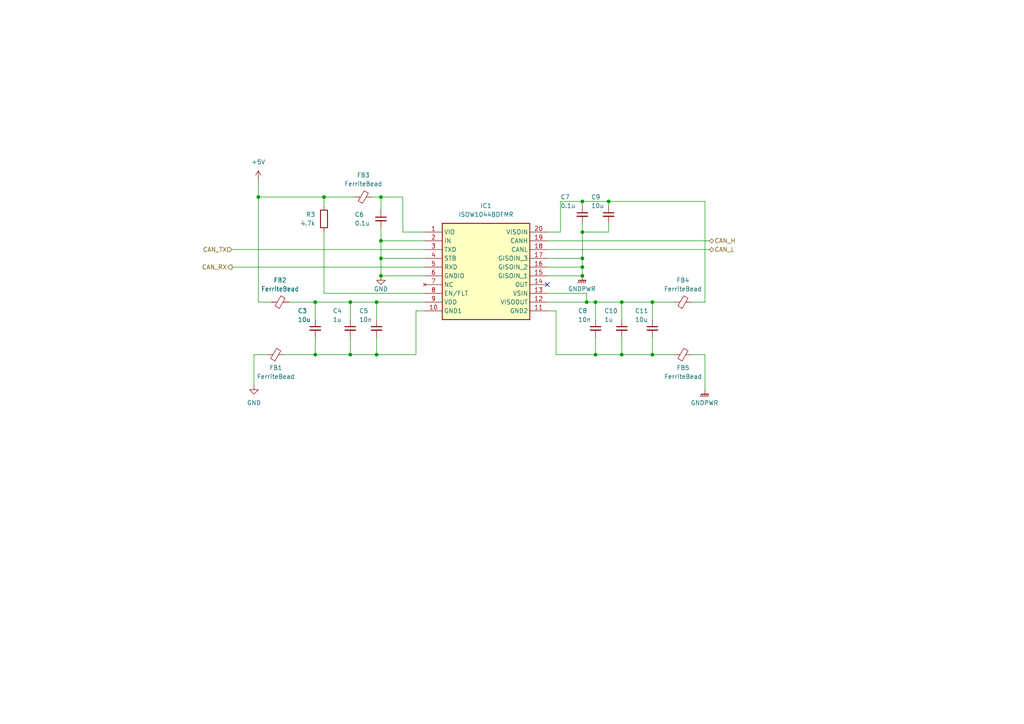
<source format=kicad_sch>
(kicad_sch (version 20230121) (generator eeschema)

  (uuid 9cc1b52b-ad99-4399-8fae-35e5b4709359)

  (paper "A4")

  (lib_symbols
    (symbol "Device:C_Small" (pin_numbers hide) (pin_names (offset 0.254) hide) (in_bom yes) (on_board yes)
      (property "Reference" "C" (at 0.254 1.778 0)
        (effects (font (size 1.27 1.27)) (justify left))
      )
      (property "Value" "C_Small" (at 0.254 -2.032 0)
        (effects (font (size 1.27 1.27)) (justify left))
      )
      (property "Footprint" "" (at 0 0 0)
        (effects (font (size 1.27 1.27)) hide)
      )
      (property "Datasheet" "~" (at 0 0 0)
        (effects (font (size 1.27 1.27)) hide)
      )
      (property "ki_keywords" "capacitor cap" (at 0 0 0)
        (effects (font (size 1.27 1.27)) hide)
      )
      (property "ki_description" "Unpolarized capacitor, small symbol" (at 0 0 0)
        (effects (font (size 1.27 1.27)) hide)
      )
      (property "ki_fp_filters" "C_*" (at 0 0 0)
        (effects (font (size 1.27 1.27)) hide)
      )
      (symbol "C_Small_0_1"
        (polyline
          (pts
            (xy -1.524 -0.508)
            (xy 1.524 -0.508)
          )
          (stroke (width 0.3302) (type default))
          (fill (type none))
        )
        (polyline
          (pts
            (xy -1.524 0.508)
            (xy 1.524 0.508)
          )
          (stroke (width 0.3048) (type default))
          (fill (type none))
        )
      )
      (symbol "C_Small_1_1"
        (pin passive line (at 0 2.54 270) (length 2.032)
          (name "~" (effects (font (size 1.27 1.27))))
          (number "1" (effects (font (size 1.27 1.27))))
        )
        (pin passive line (at 0 -2.54 90) (length 2.032)
          (name "~" (effects (font (size 1.27 1.27))))
          (number "2" (effects (font (size 1.27 1.27))))
        )
      )
    )
    (symbol "Device:FerriteBead_Small" (pin_numbers hide) (pin_names (offset 0)) (in_bom yes) (on_board yes)
      (property "Reference" "FB" (at 1.905 1.27 0)
        (effects (font (size 1.27 1.27)) (justify left))
      )
      (property "Value" "FerriteBead_Small" (at 1.905 -1.27 0)
        (effects (font (size 1.27 1.27)) (justify left))
      )
      (property "Footprint" "" (at -1.778 0 90)
        (effects (font (size 1.27 1.27)) hide)
      )
      (property "Datasheet" "~" (at 0 0 0)
        (effects (font (size 1.27 1.27)) hide)
      )
      (property "ki_keywords" "L ferrite bead inductor filter" (at 0 0 0)
        (effects (font (size 1.27 1.27)) hide)
      )
      (property "ki_description" "Ferrite bead, small symbol" (at 0 0 0)
        (effects (font (size 1.27 1.27)) hide)
      )
      (property "ki_fp_filters" "Inductor_* L_* *Ferrite*" (at 0 0 0)
        (effects (font (size 1.27 1.27)) hide)
      )
      (symbol "FerriteBead_Small_0_1"
        (polyline
          (pts
            (xy 0 -1.27)
            (xy 0 -0.7874)
          )
          (stroke (width 0) (type default))
          (fill (type none))
        )
        (polyline
          (pts
            (xy 0 0.889)
            (xy 0 1.2954)
          )
          (stroke (width 0) (type default))
          (fill (type none))
        )
        (polyline
          (pts
            (xy -1.8288 0.2794)
            (xy -1.1176 1.4986)
            (xy 1.8288 -0.2032)
            (xy 1.1176 -1.4224)
            (xy -1.8288 0.2794)
          )
          (stroke (width 0) (type default))
          (fill (type none))
        )
      )
      (symbol "FerriteBead_Small_1_1"
        (pin passive line (at 0 2.54 270) (length 1.27)
          (name "~" (effects (font (size 1.27 1.27))))
          (number "1" (effects (font (size 1.27 1.27))))
        )
        (pin passive line (at 0 -2.54 90) (length 1.27)
          (name "~" (effects (font (size 1.27 1.27))))
          (number "2" (effects (font (size 1.27 1.27))))
        )
      )
    )
    (symbol "Device:R" (pin_numbers hide) (pin_names (offset 0)) (in_bom yes) (on_board yes)
      (property "Reference" "R" (at 2.032 0 90)
        (effects (font (size 1.27 1.27)))
      )
      (property "Value" "R" (at 0 0 90)
        (effects (font (size 1.27 1.27)))
      )
      (property "Footprint" "" (at -1.778 0 90)
        (effects (font (size 1.27 1.27)) hide)
      )
      (property "Datasheet" "~" (at 0 0 0)
        (effects (font (size 1.27 1.27)) hide)
      )
      (property "ki_keywords" "R res resistor" (at 0 0 0)
        (effects (font (size 1.27 1.27)) hide)
      )
      (property "ki_description" "Resistor" (at 0 0 0)
        (effects (font (size 1.27 1.27)) hide)
      )
      (property "ki_fp_filters" "R_*" (at 0 0 0)
        (effects (font (size 1.27 1.27)) hide)
      )
      (symbol "R_0_1"
        (rectangle (start -1.016 -2.54) (end 1.016 2.54)
          (stroke (width 0.254) (type default))
          (fill (type none))
        )
      )
      (symbol "R_1_1"
        (pin passive line (at 0 3.81 270) (length 1.27)
          (name "~" (effects (font (size 1.27 1.27))))
          (number "1" (effects (font (size 1.27 1.27))))
        )
        (pin passive line (at 0 -3.81 90) (length 1.27)
          (name "~" (effects (font (size 1.27 1.27))))
          (number "2" (effects (font (size 1.27 1.27))))
        )
      )
    )
    (symbol "my_library:ISOW1044BDFMR" (in_bom yes) (on_board yes)
      (property "Reference" "IC" (at 31.75 7.62 0)
        (effects (font (size 1.27 1.27)) (justify left top))
      )
      (property "Value" "ISOW1044BDFMR" (at 31.75 5.08 0)
        (effects (font (size 1.27 1.27)) (justify left top))
      )
      (property "Footprint" "SOIC127P1030X355-20N" (at 31.75 -94.92 0)
        (effects (font (size 1.27 1.27)) (justify left top) hide)
      )
      (property "Datasheet" "https://www.ti.com/lit/ds/symlink/isow1044.pdf?ts=1645295421849&ref_url=https%253A%252F%252Fwww.google.com%252F" (at 31.75 -194.92 0)
        (effects (font (size 1.27 1.27)) (justify left top) hide)
      )
      (property "Height" "3.55" (at 31.75 -394.92 0)
        (effects (font (size 1.27 1.27)) (justify left top) hide)
      )
      (property "RS Part Number" "" (at 31.75 -494.92 0)
        (effects (font (size 1.27 1.27)) (justify left top) hide)
      )
      (property "RS Price/Stock" "" (at 31.75 -594.92 0)
        (effects (font (size 1.27 1.27)) (justify left top) hide)
      )
      (property "Manufacturer_Name" "Texas Instruments" (at 31.75 -694.92 0)
        (effects (font (size 1.27 1.27)) (justify left top) hide)
      )
      (property "Manufacturer_Part_Number" "ISOW1044BDFMR" (at 31.75 -794.92 0)
        (effects (font (size 1.27 1.27)) (justify left top) hide)
      )
      (property "ki_description" "Texas Instruments" (at 0 0 0)
        (effects (font (size 1.27 1.27)) hide)
      )
      (symbol "ISOW1044BDFMR_1_1"
        (rectangle (start 5.08 2.54) (end 30.48 -25.4)
          (stroke (width 0.254) (type default))
          (fill (type background))
        )
        (pin passive line (at 0 0 0) (length 5.08)
          (name "VIO" (effects (font (size 1.27 1.27))))
          (number "1" (effects (font (size 1.27 1.27))))
        )
        (pin passive line (at 0 -22.86 0) (length 5.08)
          (name "GND1" (effects (font (size 1.27 1.27))))
          (number "10" (effects (font (size 1.27 1.27))))
        )
        (pin passive line (at 35.56 -22.86 180) (length 5.08)
          (name "GND2" (effects (font (size 1.27 1.27))))
          (number "11" (effects (font (size 1.27 1.27))))
        )
        (pin passive line (at 35.56 -20.32 180) (length 5.08)
          (name "VISOOUT" (effects (font (size 1.27 1.27))))
          (number "12" (effects (font (size 1.27 1.27))))
        )
        (pin passive line (at 35.56 -17.78 180) (length 5.08)
          (name "VSIN" (effects (font (size 1.27 1.27))))
          (number "13" (effects (font (size 1.27 1.27))))
        )
        (pin passive line (at 35.56 -15.24 180) (length 5.08)
          (name "OUT" (effects (font (size 1.27 1.27))))
          (number "14" (effects (font (size 1.27 1.27))))
        )
        (pin passive line (at 35.56 -12.7 180) (length 5.08)
          (name "GISOIN_1" (effects (font (size 1.27 1.27))))
          (number "15" (effects (font (size 1.27 1.27))))
        )
        (pin passive line (at 35.56 -10.16 180) (length 5.08)
          (name "GISOIN_2" (effects (font (size 1.27 1.27))))
          (number "16" (effects (font (size 1.27 1.27))))
        )
        (pin passive line (at 35.56 -7.62 180) (length 5.08)
          (name "GISOIN_3" (effects (font (size 1.27 1.27))))
          (number "17" (effects (font (size 1.27 1.27))))
        )
        (pin passive line (at 35.56 -5.08 180) (length 5.08)
          (name "CANL" (effects (font (size 1.27 1.27))))
          (number "18" (effects (font (size 1.27 1.27))))
        )
        (pin passive line (at 35.56 -2.54 180) (length 5.08)
          (name "CANH" (effects (font (size 1.27 1.27))))
          (number "19" (effects (font (size 1.27 1.27))))
        )
        (pin passive line (at 0 -2.54 0) (length 5.08)
          (name "IN" (effects (font (size 1.27 1.27))))
          (number "2" (effects (font (size 1.27 1.27))))
        )
        (pin passive line (at 35.56 0 180) (length 5.08)
          (name "VISOIN" (effects (font (size 1.27 1.27))))
          (number "20" (effects (font (size 1.27 1.27))))
        )
        (pin passive line (at 0 -5.08 0) (length 5.08)
          (name "TXD" (effects (font (size 1.27 1.27))))
          (number "3" (effects (font (size 1.27 1.27))))
        )
        (pin passive line (at 0 -7.62 0) (length 5.08)
          (name "STB" (effects (font (size 1.27 1.27))))
          (number "4" (effects (font (size 1.27 1.27))))
        )
        (pin passive line (at 0 -10.16 0) (length 5.08)
          (name "RXD" (effects (font (size 1.27 1.27))))
          (number "5" (effects (font (size 1.27 1.27))))
        )
        (pin passive line (at 0 -12.7 0) (length 5.08)
          (name "GNDIO" (effects (font (size 1.27 1.27))))
          (number "6" (effects (font (size 1.27 1.27))))
        )
        (pin no_connect line (at 0 -15.24 0) (length 5.08)
          (name "NC" (effects (font (size 1.27 1.27))))
          (number "7" (effects (font (size 1.27 1.27))))
        )
        (pin passive line (at 0 -17.78 0) (length 5.08)
          (name "EN/FLT" (effects (font (size 1.27 1.27))))
          (number "8" (effects (font (size 1.27 1.27))))
        )
        (pin passive line (at 0 -20.32 0) (length 5.08)
          (name "VDD" (effects (font (size 1.27 1.27))))
          (number "9" (effects (font (size 1.27 1.27))))
        )
      )
    )
    (symbol "power:+5V" (power) (pin_names (offset 0)) (in_bom yes) (on_board yes)
      (property "Reference" "#PWR" (at 0 -3.81 0)
        (effects (font (size 1.27 1.27)) hide)
      )
      (property "Value" "+5V" (at 0 3.556 0)
        (effects (font (size 1.27 1.27)))
      )
      (property "Footprint" "" (at 0 0 0)
        (effects (font (size 1.27 1.27)) hide)
      )
      (property "Datasheet" "" (at 0 0 0)
        (effects (font (size 1.27 1.27)) hide)
      )
      (property "ki_keywords" "global power" (at 0 0 0)
        (effects (font (size 1.27 1.27)) hide)
      )
      (property "ki_description" "Power symbol creates a global label with name \"+5V\"" (at 0 0 0)
        (effects (font (size 1.27 1.27)) hide)
      )
      (symbol "+5V_0_1"
        (polyline
          (pts
            (xy -0.762 1.27)
            (xy 0 2.54)
          )
          (stroke (width 0) (type default))
          (fill (type none))
        )
        (polyline
          (pts
            (xy 0 0)
            (xy 0 2.54)
          )
          (stroke (width 0) (type default))
          (fill (type none))
        )
        (polyline
          (pts
            (xy 0 2.54)
            (xy 0.762 1.27)
          )
          (stroke (width 0) (type default))
          (fill (type none))
        )
      )
      (symbol "+5V_1_1"
        (pin power_in line (at 0 0 90) (length 0) hide
          (name "+5V" (effects (font (size 1.27 1.27))))
          (number "1" (effects (font (size 1.27 1.27))))
        )
      )
    )
    (symbol "power:GND" (power) (pin_names (offset 0)) (in_bom yes) (on_board yes)
      (property "Reference" "#PWR" (at 0 -6.35 0)
        (effects (font (size 1.27 1.27)) hide)
      )
      (property "Value" "GND" (at 0 -3.81 0)
        (effects (font (size 1.27 1.27)))
      )
      (property "Footprint" "" (at 0 0 0)
        (effects (font (size 1.27 1.27)) hide)
      )
      (property "Datasheet" "" (at 0 0 0)
        (effects (font (size 1.27 1.27)) hide)
      )
      (property "ki_keywords" "global power" (at 0 0 0)
        (effects (font (size 1.27 1.27)) hide)
      )
      (property "ki_description" "Power symbol creates a global label with name \"GND\" , ground" (at 0 0 0)
        (effects (font (size 1.27 1.27)) hide)
      )
      (symbol "GND_0_1"
        (polyline
          (pts
            (xy 0 0)
            (xy 0 -1.27)
            (xy 1.27 -1.27)
            (xy 0 -2.54)
            (xy -1.27 -1.27)
            (xy 0 -1.27)
          )
          (stroke (width 0) (type default))
          (fill (type none))
        )
      )
      (symbol "GND_1_1"
        (pin power_in line (at 0 0 270) (length 0) hide
          (name "GND" (effects (font (size 1.27 1.27))))
          (number "1" (effects (font (size 1.27 1.27))))
        )
      )
    )
    (symbol "power:GNDPWR" (power) (pin_names (offset 0)) (in_bom yes) (on_board yes)
      (property "Reference" "#PWR" (at 0 -5.08 0)
        (effects (font (size 1.27 1.27)) hide)
      )
      (property "Value" "GNDPWR" (at 0 -3.302 0)
        (effects (font (size 1.27 1.27)))
      )
      (property "Footprint" "" (at 0 -1.27 0)
        (effects (font (size 1.27 1.27)) hide)
      )
      (property "Datasheet" "" (at 0 -1.27 0)
        (effects (font (size 1.27 1.27)) hide)
      )
      (property "ki_keywords" "global ground" (at 0 0 0)
        (effects (font (size 1.27 1.27)) hide)
      )
      (property "ki_description" "Power symbol creates a global label with name \"GNDPWR\" , global ground" (at 0 0 0)
        (effects (font (size 1.27 1.27)) hide)
      )
      (symbol "GNDPWR_0_1"
        (polyline
          (pts
            (xy 0 -1.27)
            (xy 0 0)
          )
          (stroke (width 0) (type default))
          (fill (type none))
        )
        (polyline
          (pts
            (xy -1.016 -1.27)
            (xy -1.27 -2.032)
            (xy -1.27 -2.032)
          )
          (stroke (width 0.2032) (type default))
          (fill (type none))
        )
        (polyline
          (pts
            (xy -0.508 -1.27)
            (xy -0.762 -2.032)
            (xy -0.762 -2.032)
          )
          (stroke (width 0.2032) (type default))
          (fill (type none))
        )
        (polyline
          (pts
            (xy 0 -1.27)
            (xy -0.254 -2.032)
            (xy -0.254 -2.032)
          )
          (stroke (width 0.2032) (type default))
          (fill (type none))
        )
        (polyline
          (pts
            (xy 0.508 -1.27)
            (xy 0.254 -2.032)
            (xy 0.254 -2.032)
          )
          (stroke (width 0.2032) (type default))
          (fill (type none))
        )
        (polyline
          (pts
            (xy 1.016 -1.27)
            (xy -1.016 -1.27)
            (xy -1.016 -1.27)
          )
          (stroke (width 0.2032) (type default))
          (fill (type none))
        )
        (polyline
          (pts
            (xy 1.016 -1.27)
            (xy 0.762 -2.032)
            (xy 0.762 -2.032)
            (xy 0.762 -2.032)
          )
          (stroke (width 0.2032) (type default))
          (fill (type none))
        )
      )
      (symbol "GNDPWR_1_1"
        (pin power_in line (at 0 0 270) (length 0) hide
          (name "GNDPWR" (effects (font (size 1.27 1.27))))
          (number "1" (effects (font (size 1.27 1.27))))
        )
      )
    )
  )

  (junction (at 110.49 57.15) (diameter 0) (color 0 0 0 0)
    (uuid 17c5bc5f-bc23-4af6-b56a-fa361426ebc2)
  )
  (junction (at 168.91 80.01) (diameter 0) (color 0 0 0 0)
    (uuid 2c0a2122-51a2-4631-950e-d4195811a0d7)
  )
  (junction (at 110.49 74.93) (diameter 0) (color 0 0 0 0)
    (uuid 3160d028-8d40-4639-b4eb-35ef2f40f3bc)
  )
  (junction (at 170.18 87.63) (diameter 0) (color 0 0 0 0)
    (uuid 3fd45aa2-1740-40e9-aad8-7ef5cac18060)
  )
  (junction (at 168.91 77.47) (diameter 0) (color 0 0 0 0)
    (uuid 4503ea42-45aa-4b07-91b1-e1f98d1d58c2)
  )
  (junction (at 74.93 57.15) (diameter 0) (color 0 0 0 0)
    (uuid 4f899251-bdca-42fc-a847-0c493405df4e)
  )
  (junction (at 110.49 69.85) (diameter 0) (color 0 0 0 0)
    (uuid 542be96e-e054-498a-8289-565fb7afc334)
  )
  (junction (at 168.91 74.93) (diameter 0) (color 0 0 0 0)
    (uuid 54b1b4eb-ea61-4bed-b6de-733eafacf641)
  )
  (junction (at 91.44 87.63) (diameter 0) (color 0 0 0 0)
    (uuid 6109ab19-bd23-4340-a91a-755bce255904)
  )
  (junction (at 109.22 102.87) (diameter 0) (color 0 0 0 0)
    (uuid 6597fc02-2fa5-443e-8b9d-4c0268c01e10)
  )
  (junction (at 109.22 87.63) (diameter 0) (color 0 0 0 0)
    (uuid 687ea636-8824-4300-9bfa-07be53be0345)
  )
  (junction (at 93.98 57.15) (diameter 0) (color 0 0 0 0)
    (uuid 80c72cb2-ae5e-417a-b349-a619d41c43db)
  )
  (junction (at 172.72 87.63) (diameter 0) (color 0 0 0 0)
    (uuid 873e20bf-aed6-443a-9b5c-c086658d32d4)
  )
  (junction (at 110.49 80.01) (diameter 0) (color 0 0 0 0)
    (uuid 8d384a44-208d-478f-9a61-2561415d2ab4)
  )
  (junction (at 101.6 102.87) (diameter 0) (color 0 0 0 0)
    (uuid 92510ae7-4a81-441a-9c60-9874c47b06c2)
  )
  (junction (at 172.72 102.87) (diameter 0) (color 0 0 0 0)
    (uuid 9eb676fd-3a30-4102-be40-15f36eea520b)
  )
  (junction (at 168.91 58.42) (diameter 0) (color 0 0 0 0)
    (uuid 9ebc84e6-7e05-480d-81eb-d597380da3de)
  )
  (junction (at 189.23 102.87) (diameter 0) (color 0 0 0 0)
    (uuid acb597f7-65ab-4f72-86a3-454c46120eb1)
  )
  (junction (at 91.44 102.87) (diameter 0) (color 0 0 0 0)
    (uuid b059968e-ff76-4c15-87df-3c63ca172c60)
  )
  (junction (at 180.34 87.63) (diameter 0) (color 0 0 0 0)
    (uuid be64195f-6496-440f-9c9e-80ebee6bfc1a)
  )
  (junction (at 180.34 102.87) (diameter 0) (color 0 0 0 0)
    (uuid c09c1da3-cbe6-49cf-a10c-2b6f22e84fa7)
  )
  (junction (at 176.53 58.42) (diameter 0) (color 0 0 0 0)
    (uuid d4a754c1-e10b-494e-9a29-7a165c088966)
  )
  (junction (at 189.23 87.63) (diameter 0) (color 0 0 0 0)
    (uuid e702d827-e4db-4619-b5ea-dc6c0ab2e3f0)
  )
  (junction (at 101.6 87.63) (diameter 0) (color 0 0 0 0)
    (uuid e892ff33-adef-4b4b-bfcc-669e521dcfa4)
  )
  (junction (at 168.91 67.31) (diameter 0) (color 0 0 0 0)
    (uuid fb14544a-bce6-4320-bfde-379369ad7373)
  )

  (no_connect (at 158.75 82.55) (uuid 1eb17189-c2a6-4941-a00f-cd1502b6a9ad))

  (wire (pts (xy 161.29 102.87) (xy 172.72 102.87))
    (stroke (width 0) (type default))
    (uuid 02369351-b25c-40e6-8ca9-ddb32c96230f)
  )
  (wire (pts (xy 180.34 87.63) (xy 189.23 87.63))
    (stroke (width 0) (type default))
    (uuid 0961854a-1a47-4400-bd46-3ef2cecd423d)
  )
  (wire (pts (xy 91.44 102.87) (xy 101.6 102.87))
    (stroke (width 0) (type default))
    (uuid 09b6a5b5-26d2-449c-9083-3114a723df01)
  )
  (wire (pts (xy 170.18 87.63) (xy 172.72 87.63))
    (stroke (width 0) (type default))
    (uuid 0acd5687-080c-4d91-b9eb-904cf154505e)
  )
  (wire (pts (xy 82.55 102.87) (xy 91.44 102.87))
    (stroke (width 0) (type default))
    (uuid 0b68e891-3ba5-48af-9de9-b568433f2e80)
  )
  (wire (pts (xy 162.56 58.42) (xy 168.91 58.42))
    (stroke (width 0) (type default))
    (uuid 0b7feff1-92be-4aca-9a68-45682f7782ef)
  )
  (wire (pts (xy 158.75 87.63) (xy 170.18 87.63))
    (stroke (width 0) (type default))
    (uuid 0c5cf108-8ee6-4fee-b6b2-a5f21924bd17)
  )
  (wire (pts (xy 168.91 77.47) (xy 168.91 74.93))
    (stroke (width 0) (type default))
    (uuid 0f7794d3-5cff-42f1-a332-9e08e5322f44)
  )
  (wire (pts (xy 158.75 69.85) (xy 205.74 69.85))
    (stroke (width 0) (type default))
    (uuid 0fa885da-6638-498c-97c2-8dd90ce67066)
  )
  (wire (pts (xy 168.91 67.31) (xy 168.91 74.93))
    (stroke (width 0) (type default))
    (uuid 11779cb3-25b7-4936-9516-293b098182f4)
  )
  (wire (pts (xy 91.44 102.87) (xy 91.44 97.79))
    (stroke (width 0) (type default))
    (uuid 14907559-359c-4e6f-9d42-d36a2644b8ae)
  )
  (wire (pts (xy 93.98 57.15) (xy 102.87 57.15))
    (stroke (width 0) (type default))
    (uuid 157a17b4-fe4a-4bba-8164-10265dfe097c)
  )
  (wire (pts (xy 74.93 52.07) (xy 74.93 57.15))
    (stroke (width 0) (type default))
    (uuid 1d69d6bf-df64-40cc-bb74-95ae5ea17c81)
  )
  (wire (pts (xy 109.22 102.87) (xy 109.22 97.79))
    (stroke (width 0) (type default))
    (uuid 1e4580d5-e09f-469a-bbdb-9787db566ff3)
  )
  (wire (pts (xy 158.75 67.31) (xy 162.56 67.31))
    (stroke (width 0) (type default))
    (uuid 231bc956-92b0-49a7-9655-5c03e770bd14)
  )
  (wire (pts (xy 110.49 57.15) (xy 110.49 60.96))
    (stroke (width 0) (type default))
    (uuid 2688469e-43a9-4e33-8bcb-b4a8489909dc)
  )
  (wire (pts (xy 158.75 85.09) (xy 170.18 85.09))
    (stroke (width 0) (type default))
    (uuid 3486ffb2-292a-4b69-82a2-56c5bd83cf46)
  )
  (wire (pts (xy 101.6 102.87) (xy 101.6 97.79))
    (stroke (width 0) (type default))
    (uuid 38690a50-fef1-4bc0-a04a-8c53a19721f6)
  )
  (wire (pts (xy 67.31 77.47) (xy 123.19 77.47))
    (stroke (width 0) (type default))
    (uuid 3aec0c3c-3db2-405b-94b0-8d6b69e94b7f)
  )
  (wire (pts (xy 120.65 90.17) (xy 123.19 90.17))
    (stroke (width 0) (type default))
    (uuid 3bc6bceb-0a1d-4948-a7ef-560f12829290)
  )
  (wire (pts (xy 78.74 87.63) (xy 74.93 87.63))
    (stroke (width 0) (type default))
    (uuid 40fc4d1e-20c1-4db7-b08e-505f706c8788)
  )
  (wire (pts (xy 109.22 92.71) (xy 109.22 87.63))
    (stroke (width 0) (type default))
    (uuid 453db326-fb10-458a-9e45-065fbd3a31b2)
  )
  (wire (pts (xy 93.98 59.69) (xy 93.98 57.15))
    (stroke (width 0) (type default))
    (uuid 45c834ea-7a1e-45dc-a042-352bc5ac91e5)
  )
  (wire (pts (xy 74.93 57.15) (xy 93.98 57.15))
    (stroke (width 0) (type default))
    (uuid 497fb6f8-0e05-4885-bde8-a7ce69b499cb)
  )
  (wire (pts (xy 176.53 64.77) (xy 176.53 67.31))
    (stroke (width 0) (type default))
    (uuid 4a9a3e3a-7445-4f4c-bce3-fb7897a6ea8b)
  )
  (wire (pts (xy 200.66 87.63) (xy 204.47 87.63))
    (stroke (width 0) (type default))
    (uuid 4de45f8a-2eae-4c57-87e7-b024ad9ab0a1)
  )
  (wire (pts (xy 110.49 80.01) (xy 123.19 80.01))
    (stroke (width 0) (type default))
    (uuid 50869515-07f3-45e2-86d1-a3ab9bcc7eaf)
  )
  (wire (pts (xy 120.65 102.87) (xy 109.22 102.87))
    (stroke (width 0) (type default))
    (uuid 5298159c-016f-4936-b60b-bc2dc0f2f140)
  )
  (wire (pts (xy 172.72 92.71) (xy 172.72 87.63))
    (stroke (width 0) (type default))
    (uuid 5734a15d-2b6a-4b61-a51d-cd2b172c61cf)
  )
  (wire (pts (xy 101.6 92.71) (xy 101.6 87.63))
    (stroke (width 0) (type default))
    (uuid 59000142-8cd9-48c6-a28d-209abf43b284)
  )
  (wire (pts (xy 93.98 85.09) (xy 123.19 85.09))
    (stroke (width 0) (type default))
    (uuid 5dab8824-e545-4349-b186-b9c75f8ca15d)
  )
  (wire (pts (xy 74.93 57.15) (xy 74.93 87.63))
    (stroke (width 0) (type default))
    (uuid 60fdbcf5-ecc0-4dc2-9f48-2f0659d5e30f)
  )
  (wire (pts (xy 116.84 57.15) (xy 116.84 67.31))
    (stroke (width 0) (type default))
    (uuid 638c0484-7094-4452-bf6a-3c208d0ac47f)
  )
  (wire (pts (xy 162.56 67.31) (xy 162.56 58.42))
    (stroke (width 0) (type default))
    (uuid 66f16ad1-c174-4114-9233-534519bf2911)
  )
  (wire (pts (xy 180.34 102.87) (xy 180.34 97.79))
    (stroke (width 0) (type default))
    (uuid 6a1ee651-872f-4f62-a00c-519167dd4734)
  )
  (wire (pts (xy 168.91 80.01) (xy 168.91 77.47))
    (stroke (width 0) (type default))
    (uuid 6c5d3309-728d-4e80-904c-ca25ad2b4f7d)
  )
  (wire (pts (xy 176.53 67.31) (xy 168.91 67.31))
    (stroke (width 0) (type default))
    (uuid 6e77ddc7-cc87-41b6-81bb-e503172eee76)
  )
  (wire (pts (xy 180.34 92.71) (xy 180.34 87.63))
    (stroke (width 0) (type default))
    (uuid 6f85b250-103b-448a-877c-ae45df51d3a8)
  )
  (wire (pts (xy 189.23 87.63) (xy 195.58 87.63))
    (stroke (width 0) (type default))
    (uuid 72babaa1-46a9-4995-9f9f-19178c45db95)
  )
  (wire (pts (xy 123.19 87.63) (xy 109.22 87.63))
    (stroke (width 0) (type default))
    (uuid 78804cb3-0410-4e1d-8f54-c8f1fe132fa2)
  )
  (wire (pts (xy 67.31 72.39) (xy 123.19 72.39))
    (stroke (width 0) (type default))
    (uuid 7d5ad058-6f6c-422d-8fda-52d024b53ded)
  )
  (wire (pts (xy 168.91 58.42) (xy 176.53 58.42))
    (stroke (width 0) (type default))
    (uuid 84547700-5426-4ad3-a639-e3f9ad59d933)
  )
  (wire (pts (xy 204.47 102.87) (xy 204.47 113.03))
    (stroke (width 0) (type default))
    (uuid 8f4ebd2e-71a2-4d14-aefb-f416be3210c1)
  )
  (wire (pts (xy 158.75 77.47) (xy 168.91 77.47))
    (stroke (width 0) (type default))
    (uuid 9737230b-7efa-4ff9-9f14-0f1409931463)
  )
  (wire (pts (xy 91.44 87.63) (xy 101.6 87.63))
    (stroke (width 0) (type default))
    (uuid 9c428cac-46f8-4eb7-9de1-b924c243885f)
  )
  (wire (pts (xy 83.82 87.63) (xy 91.44 87.63))
    (stroke (width 0) (type default))
    (uuid 9cd466b5-f9f2-452b-8ab6-bbbc3a24fb61)
  )
  (wire (pts (xy 101.6 102.87) (xy 109.22 102.87))
    (stroke (width 0) (type default))
    (uuid 9fc694a7-ad78-4995-8224-9b38fd10d66e)
  )
  (wire (pts (xy 172.72 87.63) (xy 180.34 87.63))
    (stroke (width 0) (type default))
    (uuid a2a36647-49e7-4db5-9efd-9c2e4c39adef)
  )
  (wire (pts (xy 107.95 57.15) (xy 110.49 57.15))
    (stroke (width 0) (type default))
    (uuid a50cc087-d8d0-4376-ab15-5dbd371fc214)
  )
  (wire (pts (xy 91.44 92.71) (xy 91.44 87.63))
    (stroke (width 0) (type default))
    (uuid a6bfba8f-be76-40c2-a951-4e1e0ee6daf8)
  )
  (wire (pts (xy 77.47 102.87) (xy 73.66 102.87))
    (stroke (width 0) (type default))
    (uuid aab69646-775b-4b7d-b1ed-c3f0359986b7)
  )
  (wire (pts (xy 120.65 90.17) (xy 120.65 102.87))
    (stroke (width 0) (type default))
    (uuid b1264a45-96a7-4c29-9798-c5c5e4f3e265)
  )
  (wire (pts (xy 189.23 92.71) (xy 189.23 87.63))
    (stroke (width 0) (type default))
    (uuid b8c836a5-77fc-4ba7-9751-a90bd8d90463)
  )
  (wire (pts (xy 172.72 102.87) (xy 172.72 97.79))
    (stroke (width 0) (type default))
    (uuid b9f887ce-84db-499d-a671-782ce6cb2a78)
  )
  (wire (pts (xy 116.84 67.31) (xy 123.19 67.31))
    (stroke (width 0) (type default))
    (uuid bd78acb7-540d-4619-b224-5c5c5cd9e2cb)
  )
  (wire (pts (xy 101.6 87.63) (xy 109.22 87.63))
    (stroke (width 0) (type default))
    (uuid be069b92-ca3d-40e7-9bc3-17e80587a67c)
  )
  (wire (pts (xy 170.18 85.09) (xy 170.18 87.63))
    (stroke (width 0) (type default))
    (uuid be8c2c7a-dbbc-4cb5-999c-9d2d9cba50d2)
  )
  (wire (pts (xy 180.34 102.87) (xy 189.23 102.87))
    (stroke (width 0) (type default))
    (uuid c002fd7c-e1dd-4d7f-b993-5827b788735e)
  )
  (wire (pts (xy 204.47 58.42) (xy 176.53 58.42))
    (stroke (width 0) (type default))
    (uuid c6b9bd59-003a-48ae-9c72-68bbde6a055f)
  )
  (wire (pts (xy 93.98 67.31) (xy 93.98 85.09))
    (stroke (width 0) (type default))
    (uuid c85c9227-f33c-4e19-8499-612421c3aa7b)
  )
  (wire (pts (xy 110.49 66.04) (xy 110.49 69.85))
    (stroke (width 0) (type default))
    (uuid ccd7ca99-b364-4881-ac5b-e316519407d7)
  )
  (wire (pts (xy 172.72 102.87) (xy 180.34 102.87))
    (stroke (width 0) (type default))
    (uuid d3993f12-0c9d-4314-a508-b467a3a8a44d)
  )
  (wire (pts (xy 168.91 64.77) (xy 168.91 67.31))
    (stroke (width 0) (type default))
    (uuid d4347473-81de-47f6-b291-e1652cec7cdb)
  )
  (wire (pts (xy 73.66 102.87) (xy 73.66 111.76))
    (stroke (width 0) (type default))
    (uuid d5f0039d-539d-43a5-add9-36048f2ceb2c)
  )
  (wire (pts (xy 204.47 87.63) (xy 204.47 58.42))
    (stroke (width 0) (type default))
    (uuid d74a1c64-f954-460c-b34f-3be84abc1db1)
  )
  (wire (pts (xy 110.49 74.93) (xy 123.19 74.93))
    (stroke (width 0) (type default))
    (uuid d8af064d-4028-428f-b7e7-05049fdc4567)
  )
  (wire (pts (xy 110.49 69.85) (xy 110.49 74.93))
    (stroke (width 0) (type default))
    (uuid da50e0c2-e911-4f04-a718-8e67cfed438f)
  )
  (wire (pts (xy 189.23 102.87) (xy 195.58 102.87))
    (stroke (width 0) (type default))
    (uuid dde68ff2-4186-436d-8c94-9ff1a069de4d)
  )
  (wire (pts (xy 168.91 59.69) (xy 168.91 58.42))
    (stroke (width 0) (type default))
    (uuid df71d987-2d77-4885-b1cb-c665898ce8ec)
  )
  (wire (pts (xy 176.53 59.69) (xy 176.53 58.42))
    (stroke (width 0) (type default))
    (uuid e2d9f82d-ca97-4695-a69c-3419c202904c)
  )
  (wire (pts (xy 161.29 90.17) (xy 161.29 102.87))
    (stroke (width 0) (type default))
    (uuid e5398f4b-216f-4fab-abb5-a8426e004ad3)
  )
  (wire (pts (xy 158.75 80.01) (xy 168.91 80.01))
    (stroke (width 0) (type default))
    (uuid e72d6f9c-44a9-4552-a74f-642912c73180)
  )
  (wire (pts (xy 158.75 90.17) (xy 161.29 90.17))
    (stroke (width 0) (type default))
    (uuid e753c1b3-c1ba-4a03-8944-77849ee802a0)
  )
  (wire (pts (xy 204.47 102.87) (xy 200.66 102.87))
    (stroke (width 0) (type default))
    (uuid e79a4e08-d581-4163-9fbc-f397bb75185a)
  )
  (wire (pts (xy 189.23 102.87) (xy 189.23 97.79))
    (stroke (width 0) (type default))
    (uuid e909ce55-8b8c-481f-a2df-c7d7ebe30ba5)
  )
  (wire (pts (xy 158.75 74.93) (xy 168.91 74.93))
    (stroke (width 0) (type default))
    (uuid eecae818-f1f5-4765-a97a-e05837fe1471)
  )
  (wire (pts (xy 110.49 57.15) (xy 116.84 57.15))
    (stroke (width 0) (type default))
    (uuid f3578a98-a636-4b00-9a64-cb6437b5df29)
  )
  (wire (pts (xy 110.49 69.85) (xy 123.19 69.85))
    (stroke (width 0) (type default))
    (uuid f59709d0-6f31-404f-be47-5c184112090d)
  )
  (wire (pts (xy 110.49 74.93) (xy 110.49 80.01))
    (stroke (width 0) (type default))
    (uuid facb68ea-704a-451a-8b96-7a9932d2281b)
  )
  (wire (pts (xy 158.75 72.39) (xy 205.74 72.39))
    (stroke (width 0) (type default))
    (uuid fb5075ad-fb40-4b19-aef3-8e08d9127f19)
  )

  (hierarchical_label "CAN_L" (shape bidirectional) (at 205.74 72.39 0) (fields_autoplaced)
    (effects (font (size 1.27 1.27)) (justify left))
    (uuid 021f6253-590f-4a35-93b8-f6c51e45da8d)
  )
  (hierarchical_label "CAN_RX" (shape output) (at 67.31 77.47 180) (fields_autoplaced)
    (effects (font (size 1.27 1.27)) (justify right))
    (uuid 76aa3c29-716a-40ed-827a-e9301ca20a5a)
  )
  (hierarchical_label "CAN_TX" (shape input) (at 67.31 72.39 180) (fields_autoplaced)
    (effects (font (size 1.27 1.27)) (justify right))
    (uuid 93c6129c-f7ea-42c0-8e90-e2486b3e521e)
  )
  (hierarchical_label "CAN_H" (shape bidirectional) (at 205.74 69.85 0) (fields_autoplaced)
    (effects (font (size 1.27 1.27)) (justify left))
    (uuid daa7df2b-7f6e-4750-82b3-b94669181667)
  )

  (symbol (lib_id "Device:C_Small") (at 101.6 95.25 0) (unit 1)
    (in_bom yes) (on_board yes) (dnp no)
    (uuid 031fa2c7-799c-4343-ae50-896ae60963e1)
    (property "Reference" "C4" (at 96.52 90.17 0)
      (effects (font (size 1.27 1.27)) (justify left))
    )
    (property "Value" "1u" (at 96.52 92.71 0)
      (effects (font (size 1.27 1.27)) (justify left))
    )
    (property "Footprint" "Capacitor_SMD:C_0603_1608Metric" (at 101.6 95.25 0)
      (effects (font (size 1.27 1.27)) hide)
    )
    (property "Datasheet" "~" (at 101.6 95.25 0)
      (effects (font (size 1.27 1.27)) hide)
    )
    (pin "1" (uuid 4544cf42-386b-4643-a8f1-202ebfc10d73))
    (pin "2" (uuid 92f9baa9-923a-4767-a575-31d81695a015))
    (instances
      (project "RDC_Humanoid_Logic"
        (path "/2bec3ac6-4176-417a-a2e5-e81844f01e63/2ffb334c-541d-4787-8f08-8f2b280267fd"
          (reference "C4") (unit 1)
        )
        (path "/2bec3ac6-4176-417a-a2e5-e81844f01e63/4e0cc178-8164-45af-8b1c-3daea8e76e2d"
          (reference "C13") (unit 1)
        )
      )
      (project "tsukuba_challenge"
        (path "/55f88ae9-9831-47be-a185-734020e38c84/9c1fd94d-8d77-4c45-be6e-46f605b5b044"
          (reference "C22") (unit 1)
        )
      )
    )
  )

  (symbol (lib_id "power:GND") (at 73.66 111.76 0) (unit 1)
    (in_bom yes) (on_board yes) (dnp no) (fields_autoplaced)
    (uuid 3ce92af6-b252-4870-a3c0-bf7a04ea10d1)
    (property "Reference" "#PWR011" (at 73.66 118.11 0)
      (effects (font (size 1.27 1.27)) hide)
    )
    (property "Value" "GND" (at 73.66 116.84 0)
      (effects (font (size 1.27 1.27)))
    )
    (property "Footprint" "" (at 73.66 111.76 0)
      (effects (font (size 1.27 1.27)) hide)
    )
    (property "Datasheet" "" (at 73.66 111.76 0)
      (effects (font (size 1.27 1.27)) hide)
    )
    (pin "1" (uuid ea8093d9-2556-441c-88be-bc9ba87cbc88))
    (instances
      (project "RDC_Humanoid_Logic"
        (path "/2bec3ac6-4176-417a-a2e5-e81844f01e63/2ffb334c-541d-4787-8f08-8f2b280267fd"
          (reference "#PWR011") (unit 1)
        )
        (path "/2bec3ac6-4176-417a-a2e5-e81844f01e63/4e0cc178-8164-45af-8b1c-3daea8e76e2d"
          (reference "#PWR018") (unit 1)
        )
      )
      (project "tsukuba_challenge"
        (path "/55f88ae9-9831-47be-a185-734020e38c84/9c1fd94d-8d77-4c45-be6e-46f605b5b044"
          (reference "#PWR045") (unit 1)
        )
      )
    )
  )

  (symbol (lib_id "Device:C_Small") (at 189.23 95.25 0) (unit 1)
    (in_bom yes) (on_board yes) (dnp no)
    (uuid 619492f8-7266-4c1b-b66c-223d0a3d6d99)
    (property "Reference" "C11" (at 184.15 90.17 0)
      (effects (font (size 1.27 1.27)) (justify left))
    )
    (property "Value" "10u" (at 184.15 92.71 0)
      (effects (font (size 1.27 1.27)) (justify left))
    )
    (property "Footprint" "Capacitor_SMD:C_0603_1608Metric" (at 189.23 95.25 0)
      (effects (font (size 1.27 1.27)) hide)
    )
    (property "Datasheet" "~" (at 189.23 95.25 0)
      (effects (font (size 1.27 1.27)) hide)
    )
    (pin "1" (uuid 8ca1187c-b52b-4dfd-a776-1630db89823b))
    (pin "2" (uuid 37313327-cf69-4035-8126-37cf71173205))
    (instances
      (project "RDC_Humanoid_Logic"
        (path "/2bec3ac6-4176-417a-a2e5-e81844f01e63/2ffb334c-541d-4787-8f08-8f2b280267fd"
          (reference "C11") (unit 1)
        )
        (path "/2bec3ac6-4176-417a-a2e5-e81844f01e63/4e0cc178-8164-45af-8b1c-3daea8e76e2d"
          (reference "C20") (unit 1)
        )
      )
      (project "tsukuba_challenge"
        (path "/55f88ae9-9831-47be-a185-734020e38c84/9c1fd94d-8d77-4c45-be6e-46f605b5b044"
          (reference "C26") (unit 1)
        )
      )
    )
  )

  (symbol (lib_id "Device:C_Small") (at 110.49 63.5 0) (unit 1)
    (in_bom yes) (on_board yes) (dnp no)
    (uuid 638d1065-8945-438b-9adc-70794b465a2f)
    (property "Reference" "C6" (at 102.87 62.23 0)
      (effects (font (size 1.27 1.27)) (justify left))
    )
    (property "Value" "0.1u" (at 102.87 64.77 0)
      (effects (font (size 1.27 1.27)) (justify left))
    )
    (property "Footprint" "Capacitor_SMD:C_0603_1608Metric" (at 110.49 63.5 0)
      (effects (font (size 1.27 1.27)) hide)
    )
    (property "Datasheet" "~" (at 110.49 63.5 0)
      (effects (font (size 1.27 1.27)) hide)
    )
    (pin "1" (uuid 56b4f0cc-c47c-4128-b250-d6eb6908ad0b))
    (pin "2" (uuid 336615e9-5556-48f5-b6ed-ae2c80d32777))
    (instances
      (project "RDC_Humanoid_Logic"
        (path "/2bec3ac6-4176-417a-a2e5-e81844f01e63/2ffb334c-541d-4787-8f08-8f2b280267fd"
          (reference "C6") (unit 1)
        )
        (path "/2bec3ac6-4176-417a-a2e5-e81844f01e63/4e0cc178-8164-45af-8b1c-3daea8e76e2d"
          (reference "C15") (unit 1)
        )
      )
      (project "tsukuba_challenge"
        (path "/55f88ae9-9831-47be-a185-734020e38c84/9c1fd94d-8d77-4c45-be6e-46f605b5b044"
          (reference "C20") (unit 1)
        )
      )
    )
  )

  (symbol (lib_id "Device:FerriteBead_Small") (at 105.41 57.15 90) (unit 1)
    (in_bom yes) (on_board yes) (dnp no) (fields_autoplaced)
    (uuid 6418e7de-5add-4872-9e55-8a37ab2d8efc)
    (property "Reference" "FB3" (at 105.3719 50.8 90)
      (effects (font (size 1.27 1.27)))
    )
    (property "Value" "FerriteBead" (at 105.3719 53.34 90)
      (effects (font (size 1.27 1.27)))
    )
    (property "Footprint" "Inductor_SMD:L_0402_1005Metric" (at 105.41 58.928 90)
      (effects (font (size 1.27 1.27)) hide)
    )
    (property "Datasheet" "~" (at 105.41 57.15 0)
      (effects (font (size 1.27 1.27)) hide)
    )
    (pin "1" (uuid db4c36ac-539b-4d39-a1cb-ffc5a82bb410))
    (pin "2" (uuid a9e76bd7-e025-42f4-bb6c-cff456a207ed))
    (instances
      (project "RDC_Humanoid_Logic"
        (path "/2bec3ac6-4176-417a-a2e5-e81844f01e63/2ffb334c-541d-4787-8f08-8f2b280267fd"
          (reference "FB3") (unit 1)
        )
        (path "/2bec3ac6-4176-417a-a2e5-e81844f01e63/4e0cc178-8164-45af-8b1c-3daea8e76e2d"
          (reference "FB8") (unit 1)
        )
      )
      (project "tsukuba_challenge"
        (path "/55f88ae9-9831-47be-a185-734020e38c84/9c1fd94d-8d77-4c45-be6e-46f605b5b044"
          (reference "FB2") (unit 1)
        )
      )
    )
  )

  (symbol (lib_id "Device:C_Small") (at 168.91 62.23 0) (unit 1)
    (in_bom yes) (on_board yes) (dnp no)
    (uuid 72cc4f1f-8b8b-49aa-9fcb-80d3463f3307)
    (property "Reference" "C7" (at 162.56 57.15 0)
      (effects (font (size 1.27 1.27)) (justify left))
    )
    (property "Value" "0.1u" (at 162.56 59.69 0)
      (effects (font (size 1.27 1.27)) (justify left))
    )
    (property "Footprint" "Capacitor_SMD:C_0603_1608Metric" (at 168.91 62.23 0)
      (effects (font (size 1.27 1.27)) hide)
    )
    (property "Datasheet" "~" (at 168.91 62.23 0)
      (effects (font (size 1.27 1.27)) hide)
    )
    (pin "1" (uuid fcc5a933-a65d-4b71-8ccc-68b73a2710d2))
    (pin "2" (uuid d1f7d8ab-14fc-49e6-a67e-4d68364cd843))
    (instances
      (project "RDC_Humanoid_Logic"
        (path "/2bec3ac6-4176-417a-a2e5-e81844f01e63/2ffb334c-541d-4787-8f08-8f2b280267fd"
          (reference "C7") (unit 1)
        )
        (path "/2bec3ac6-4176-417a-a2e5-e81844f01e63/4e0cc178-8164-45af-8b1c-3daea8e76e2d"
          (reference "C16") (unit 1)
        )
      )
      (project "tsukuba_challenge"
        (path "/55f88ae9-9831-47be-a185-734020e38c84/9c1fd94d-8d77-4c45-be6e-46f605b5b044"
          (reference "C18") (unit 1)
        )
      )
    )
  )

  (symbol (lib_id "Device:FerriteBead_Small") (at 81.28 87.63 90) (unit 1)
    (in_bom yes) (on_board yes) (dnp no) (fields_autoplaced)
    (uuid 76025b87-94ec-459b-a20b-e477477b7848)
    (property "Reference" "FB2" (at 81.2419 81.28 90)
      (effects (font (size 1.27 1.27)))
    )
    (property "Value" "FerriteBead" (at 81.2419 83.82 90)
      (effects (font (size 1.27 1.27)))
    )
    (property "Footprint" "Inductor_SMD:L_0402_1005Metric" (at 81.28 89.408 90)
      (effects (font (size 1.27 1.27)) hide)
    )
    (property "Datasheet" "~" (at 81.28 87.63 0)
      (effects (font (size 1.27 1.27)) hide)
    )
    (pin "1" (uuid 8d303396-e21c-4270-8aa8-d5c556c10642))
    (pin "2" (uuid 3c5a6562-f144-481f-9722-51a3be5509bd))
    (instances
      (project "RDC_Humanoid_Logic"
        (path "/2bec3ac6-4176-417a-a2e5-e81844f01e63/2ffb334c-541d-4787-8f08-8f2b280267fd"
          (reference "FB2") (unit 1)
        )
        (path "/2bec3ac6-4176-417a-a2e5-e81844f01e63/4e0cc178-8164-45af-8b1c-3daea8e76e2d"
          (reference "FB7") (unit 1)
        )
      )
      (project "tsukuba_challenge"
        (path "/55f88ae9-9831-47be-a185-734020e38c84/9c1fd94d-8d77-4c45-be6e-46f605b5b044"
          (reference "FB3") (unit 1)
        )
      )
    )
  )

  (symbol (lib_id "power:+5V") (at 74.93 52.07 0) (unit 1)
    (in_bom yes) (on_board yes) (dnp no)
    (uuid 79c49c9b-aad8-4bf9-999a-b5b90180421c)
    (property "Reference" "#PWR5V_01" (at 74.93 44.45 0)
      (effects (font (size 1.27 1.27)) hide)
    )
    (property "Value" "+5V" (at 74.93 46.99 0)
      (effects (font (size 1.27 1.27)))
    )
    (property "Footprint" "" (at 74.93 52.07 0)
      (effects (font (size 1.27 1.27)) hide)
    )
    (property "Datasheet" "" (at 74.93 52.07 0)
      (effects (font (size 1.27 1.27)) hide)
    )
    (pin "1" (uuid c415c96c-9730-4969-be29-6cb47c2f2d25))
    (instances
      (project "RDC_Humanoid_Logic"
        (path "/2bec3ac6-4176-417a-a2e5-e81844f01e63/2ffb334c-541d-4787-8f08-8f2b280267fd"
          (reference "#PWR5V_01") (unit 1)
        )
        (path "/2bec3ac6-4176-417a-a2e5-e81844f01e63/4e0cc178-8164-45af-8b1c-3daea8e76e2d"
          (reference "#PWR5V_02") (unit 1)
        )
      )
      (project "tsukuba_challenge"
        (path "/55f88ae9-9831-47be-a185-734020e38c84/9c1fd94d-8d77-4c45-be6e-46f605b5b044"
          (reference "#PWR5V_01") (unit 1)
        )
      )
    )
  )

  (symbol (lib_id "Device:C_Small") (at 176.53 62.23 0) (unit 1)
    (in_bom yes) (on_board yes) (dnp no)
    (uuid 7c0d1bf9-a854-45da-bad6-9a989ba9fb33)
    (property "Reference" "C9" (at 171.45 57.15 0)
      (effects (font (size 1.27 1.27)) (justify left))
    )
    (property "Value" "10u" (at 171.45 59.69 0)
      (effects (font (size 1.27 1.27)) (justify left))
    )
    (property "Footprint" "Capacitor_SMD:C_0603_1608Metric" (at 176.53 62.23 0)
      (effects (font (size 1.27 1.27)) hide)
    )
    (property "Datasheet" "~" (at 176.53 62.23 0)
      (effects (font (size 1.27 1.27)) hide)
    )
    (pin "1" (uuid f13bfdf9-fd3a-442c-bb59-996a45da5878))
    (pin "2" (uuid e09ea262-36c2-4e2c-b654-81e2c2e962e2))
    (instances
      (project "RDC_Humanoid_Logic"
        (path "/2bec3ac6-4176-417a-a2e5-e81844f01e63/2ffb334c-541d-4787-8f08-8f2b280267fd"
          (reference "C9") (unit 1)
        )
        (path "/2bec3ac6-4176-417a-a2e5-e81844f01e63/4e0cc178-8164-45af-8b1c-3daea8e76e2d"
          (reference "C18") (unit 1)
        )
      )
      (project "tsukuba_challenge"
        (path "/55f88ae9-9831-47be-a185-734020e38c84/9c1fd94d-8d77-4c45-be6e-46f605b5b044"
          (reference "C19") (unit 1)
        )
      )
    )
  )

  (symbol (lib_id "power:GNDPWR") (at 168.91 80.01 0) (unit 1)
    (in_bom yes) (on_board yes) (dnp no) (fields_autoplaced)
    (uuid 865f080a-88a5-4628-87a9-a25a190ffe93)
    (property "Reference" "#PWR044" (at 168.91 85.09 0)
      (effects (font (size 1.27 1.27)) hide)
    )
    (property "Value" "GNDPWR" (at 168.783 83.82 0)
      (effects (font (size 1.27 1.27)))
    )
    (property "Footprint" "" (at 168.91 81.28 0)
      (effects (font (size 1.27 1.27)) hide)
    )
    (property "Datasheet" "" (at 168.91 81.28 0)
      (effects (font (size 1.27 1.27)) hide)
    )
    (pin "1" (uuid d695faaa-336d-46a2-b31d-051daa153934))
    (instances
      (project "tsukuba_challenge"
        (path "/55f88ae9-9831-47be-a185-734020e38c84/9c1fd94d-8d77-4c45-be6e-46f605b5b044"
          (reference "#PWR044") (unit 1)
        )
      )
    )
  )

  (symbol (lib_id "Device:C_Small") (at 172.72 95.25 0) (unit 1)
    (in_bom yes) (on_board yes) (dnp no)
    (uuid 8c26654f-eba4-4a90-9e1b-697195f47c5e)
    (property "Reference" "C8" (at 167.64 90.17 0)
      (effects (font (size 1.27 1.27)) (justify left))
    )
    (property "Value" "10n" (at 167.64 92.71 0)
      (effects (font (size 1.27 1.27)) (justify left))
    )
    (property "Footprint" "Capacitor_SMD:C_0603_1608Metric" (at 172.72 95.25 0)
      (effects (font (size 1.27 1.27)) hide)
    )
    (property "Datasheet" "~" (at 172.72 95.25 0)
      (effects (font (size 1.27 1.27)) hide)
    )
    (pin "1" (uuid c24c5494-ac1e-43a5-8aa6-c637e36b3b9c))
    (pin "2" (uuid 2a6e03b9-4f41-499e-8ac5-e4b9aec97810))
    (instances
      (project "RDC_Humanoid_Logic"
        (path "/2bec3ac6-4176-417a-a2e5-e81844f01e63/2ffb334c-541d-4787-8f08-8f2b280267fd"
          (reference "C8") (unit 1)
        )
        (path "/2bec3ac6-4176-417a-a2e5-e81844f01e63/4e0cc178-8164-45af-8b1c-3daea8e76e2d"
          (reference "C17") (unit 1)
        )
      )
      (project "tsukuba_challenge"
        (path "/55f88ae9-9831-47be-a185-734020e38c84/9c1fd94d-8d77-4c45-be6e-46f605b5b044"
          (reference "C24") (unit 1)
        )
      )
    )
  )

  (symbol (lib_id "power:GND") (at 110.49 80.01 0) (unit 1)
    (in_bom yes) (on_board yes) (dnp no)
    (uuid bc465958-6dfa-4255-908f-ca633bfa4f13)
    (property "Reference" "#PWR013" (at 110.49 86.36 0)
      (effects (font (size 1.27 1.27)) hide)
    )
    (property "Value" "GND" (at 110.49 83.82 0)
      (effects (font (size 1.27 1.27)))
    )
    (property "Footprint" "" (at 110.49 80.01 0)
      (effects (font (size 1.27 1.27)) hide)
    )
    (property "Datasheet" "" (at 110.49 80.01 0)
      (effects (font (size 1.27 1.27)) hide)
    )
    (pin "1" (uuid 3c3fa4b9-85a1-4782-bbb4-d2e4b1e1ae21))
    (instances
      (project "RDC_Humanoid_Logic"
        (path "/2bec3ac6-4176-417a-a2e5-e81844f01e63/2ffb334c-541d-4787-8f08-8f2b280267fd"
          (reference "#PWR013") (unit 1)
        )
        (path "/2bec3ac6-4176-417a-a2e5-e81844f01e63/4e0cc178-8164-45af-8b1c-3daea8e76e2d"
          (reference "#PWR020") (unit 1)
        )
      )
      (project "tsukuba_challenge"
        (path "/55f88ae9-9831-47be-a185-734020e38c84/9c1fd94d-8d77-4c45-be6e-46f605b5b044"
          (reference "#PWR043") (unit 1)
        )
      )
    )
  )

  (symbol (lib_id "Device:FerriteBead_Small") (at 80.01 102.87 90) (unit 1)
    (in_bom yes) (on_board yes) (dnp no)
    (uuid c62f733c-c5a3-4e52-bcd7-9bf894a4dc29)
    (property "Reference" "FB1" (at 80.01 106.68 90)
      (effects (font (size 1.27 1.27)))
    )
    (property "Value" "FerriteBead" (at 80.01 109.22 90)
      (effects (font (size 1.27 1.27)))
    )
    (property "Footprint" "Inductor_SMD:L_0402_1005Metric" (at 80.01 104.648 90)
      (effects (font (size 1.27 1.27)) hide)
    )
    (property "Datasheet" "~" (at 80.01 102.87 0)
      (effects (font (size 1.27 1.27)) hide)
    )
    (pin "1" (uuid 8ac02296-fdf1-4374-8b36-a7f988da8674))
    (pin "2" (uuid dc573c68-879d-4b3e-9ca3-96d4b25fe744))
    (instances
      (project "RDC_Humanoid_Logic"
        (path "/2bec3ac6-4176-417a-a2e5-e81844f01e63/2ffb334c-541d-4787-8f08-8f2b280267fd"
          (reference "FB1") (unit 1)
        )
        (path "/2bec3ac6-4176-417a-a2e5-e81844f01e63/4e0cc178-8164-45af-8b1c-3daea8e76e2d"
          (reference "FB6") (unit 1)
        )
      )
      (project "tsukuba_challenge"
        (path "/55f88ae9-9831-47be-a185-734020e38c84/9c1fd94d-8d77-4c45-be6e-46f605b5b044"
          (reference "FB5") (unit 1)
        )
      )
    )
  )

  (symbol (lib_id "Device:C_Small") (at 180.34 95.25 0) (unit 1)
    (in_bom yes) (on_board yes) (dnp no)
    (uuid c7a228ea-b337-47c6-ae57-bee6df3dfe3e)
    (property "Reference" "C10" (at 175.26 90.17 0)
      (effects (font (size 1.27 1.27)) (justify left))
    )
    (property "Value" "1u" (at 175.26 92.71 0)
      (effects (font (size 1.27 1.27)) (justify left))
    )
    (property "Footprint" "Capacitor_SMD:C_0603_1608Metric" (at 180.34 95.25 0)
      (effects (font (size 1.27 1.27)) hide)
    )
    (property "Datasheet" "~" (at 180.34 95.25 0)
      (effects (font (size 1.27 1.27)) hide)
    )
    (pin "1" (uuid 69072163-fa9c-40be-994d-e0f8554adfb1))
    (pin "2" (uuid 67145f16-49cb-4d3c-b196-5fb95170a9f6))
    (instances
      (project "RDC_Humanoid_Logic"
        (path "/2bec3ac6-4176-417a-a2e5-e81844f01e63/2ffb334c-541d-4787-8f08-8f2b280267fd"
          (reference "C10") (unit 1)
        )
        (path "/2bec3ac6-4176-417a-a2e5-e81844f01e63/4e0cc178-8164-45af-8b1c-3daea8e76e2d"
          (reference "C19") (unit 1)
        )
      )
      (project "tsukuba_challenge"
        (path "/55f88ae9-9831-47be-a185-734020e38c84/9c1fd94d-8d77-4c45-be6e-46f605b5b044"
          (reference "C25") (unit 1)
        )
      )
    )
  )

  (symbol (lib_id "Device:C_Small") (at 109.22 95.25 0) (unit 1)
    (in_bom yes) (on_board yes) (dnp no)
    (uuid ce3ac3f6-e31b-4f24-8124-27936ad54ba6)
    (property "Reference" "C5" (at 104.14 90.17 0)
      (effects (font (size 1.27 1.27)) (justify left))
    )
    (property "Value" "10n" (at 104.14 92.71 0)
      (effects (font (size 1.27 1.27)) (justify left))
    )
    (property "Footprint" "Capacitor_SMD:C_0603_1608Metric" (at 109.22 95.25 0)
      (effects (font (size 1.27 1.27)) hide)
    )
    (property "Datasheet" "~" (at 109.22 95.25 0)
      (effects (font (size 1.27 1.27)) hide)
    )
    (pin "1" (uuid 7f6a3507-934e-457a-9d4a-3da98a84c8c7))
    (pin "2" (uuid 217472e5-15d6-4683-b632-5d5b6be8bcd6))
    (instances
      (project "RDC_Humanoid_Logic"
        (path "/2bec3ac6-4176-417a-a2e5-e81844f01e63/2ffb334c-541d-4787-8f08-8f2b280267fd"
          (reference "C5") (unit 1)
        )
        (path "/2bec3ac6-4176-417a-a2e5-e81844f01e63/4e0cc178-8164-45af-8b1c-3daea8e76e2d"
          (reference "C14") (unit 1)
        )
      )
      (project "tsukuba_challenge"
        (path "/55f88ae9-9831-47be-a185-734020e38c84/9c1fd94d-8d77-4c45-be6e-46f605b5b044"
          (reference "C23") (unit 1)
        )
      )
    )
  )

  (symbol (lib_id "Device:FerriteBead_Small") (at 198.12 102.87 90) (unit 1)
    (in_bom yes) (on_board yes) (dnp no)
    (uuid d276502d-2bef-4a28-82da-12ef7b423b60)
    (property "Reference" "FB5" (at 198.12 106.68 90)
      (effects (font (size 1.27 1.27)))
    )
    (property "Value" "FerriteBead" (at 198.12 109.22 90)
      (effects (font (size 1.27 1.27)))
    )
    (property "Footprint" "Inductor_SMD:L_0402_1005Metric" (at 198.12 104.648 90)
      (effects (font (size 1.27 1.27)) hide)
    )
    (property "Datasheet" "~" (at 198.12 102.87 0)
      (effects (font (size 1.27 1.27)) hide)
    )
    (pin "1" (uuid 6fe45eae-ad11-482c-975c-9b73e33a8cba))
    (pin "2" (uuid 8bd4aafe-9665-4828-ab4c-d669f158a97c))
    (instances
      (project "RDC_Humanoid_Logic"
        (path "/2bec3ac6-4176-417a-a2e5-e81844f01e63/2ffb334c-541d-4787-8f08-8f2b280267fd"
          (reference "FB5") (unit 1)
        )
        (path "/2bec3ac6-4176-417a-a2e5-e81844f01e63/4e0cc178-8164-45af-8b1c-3daea8e76e2d"
          (reference "FB10") (unit 1)
        )
      )
      (project "tsukuba_challenge"
        (path "/55f88ae9-9831-47be-a185-734020e38c84/9c1fd94d-8d77-4c45-be6e-46f605b5b044"
          (reference "FB6") (unit 1)
        )
      )
    )
  )

  (symbol (lib_id "Device:C_Small") (at 91.44 95.25 0) (unit 1)
    (in_bom yes) (on_board yes) (dnp no)
    (uuid dd536b60-91ad-4d5a-b917-e801a4c30647)
    (property "Reference" "C3" (at 86.36 90.17 0)
      (effects (font (size 1.27 1.27)) (justify left))
    )
    (property "Value" "10u" (at 86.36 92.71 0)
      (effects (font (size 1.27 1.27)) (justify left))
    )
    (property "Footprint" "Capacitor_SMD:C_0603_1608Metric" (at 91.44 95.25 0)
      (effects (font (size 1.27 1.27)) hide)
    )
    (property "Datasheet" "~" (at 91.44 95.25 0)
      (effects (font (size 1.27 1.27)) hide)
    )
    (pin "1" (uuid a3624bc7-e8f5-4cb6-a327-1aa89f117ef3))
    (pin "2" (uuid 37342589-a0ae-4f7b-a76f-ac573f114fb6))
    (instances
      (project "RDC_Humanoid_Logic"
        (path "/2bec3ac6-4176-417a-a2e5-e81844f01e63/2ffb334c-541d-4787-8f08-8f2b280267fd"
          (reference "C3") (unit 1)
        )
        (path "/2bec3ac6-4176-417a-a2e5-e81844f01e63/4e0cc178-8164-45af-8b1c-3daea8e76e2d"
          (reference "C12") (unit 1)
        )
      )
      (project "tsukuba_challenge"
        (path "/55f88ae9-9831-47be-a185-734020e38c84/9c1fd94d-8d77-4c45-be6e-46f605b5b044"
          (reference "C21") (unit 1)
        )
      )
    )
  )

  (symbol (lib_id "my_library:ISOW1044BDFMR") (at 123.19 67.31 0) (unit 1)
    (in_bom yes) (on_board yes) (dnp no) (fields_autoplaced)
    (uuid dd717137-2ad6-4df0-b373-92bb159be91e)
    (property "Reference" "IC1" (at 140.97 59.69 0)
      (effects (font (size 1.27 1.27)))
    )
    (property "Value" "ISOW1044BDFMR" (at 140.97 62.23 0)
      (effects (font (size 1.27 1.27)))
    )
    (property "Footprint" "Package_SO:SOIC-20W_7.5x12.8mm_P1.27mm" (at 154.94 162.23 0)
      (effects (font (size 1.27 1.27)) (justify left top) hide)
    )
    (property "Datasheet" "https://www.ti.com/lit/ds/symlink/isow1044.pdf?ts=1645295421849&ref_url=https%253A%252F%252Fwww.google.com%252F" (at 154.94 262.23 0)
      (effects (font (size 1.27 1.27)) (justify left top) hide)
    )
    (property "Height" "3.55" (at 154.94 462.23 0)
      (effects (font (size 1.27 1.27)) (justify left top) hide)
    )
    (property "RS Part Number" "" (at 154.94 562.23 0)
      (effects (font (size 1.27 1.27)) (justify left top) hide)
    )
    (property "RS Price/Stock" "" (at 154.94 662.23 0)
      (effects (font (size 1.27 1.27)) (justify left top) hide)
    )
    (property "Manufacturer_Name" "Texas Instruments" (at 154.94 762.23 0)
      (effects (font (size 1.27 1.27)) (justify left top) hide)
    )
    (property "Manufacturer_Part_Number" "ISOW1044BDFMR" (at 154.94 862.23 0)
      (effects (font (size 1.27 1.27)) (justify left top) hide)
    )
    (pin "1" (uuid 530bfae5-4f1c-4d74-a878-c8fef2199690))
    (pin "10" (uuid 5d67203f-8a7a-4aa7-81d2-d07477bdead0))
    (pin "11" (uuid 2e305883-cac6-44cc-9e47-fd794f02eccd))
    (pin "12" (uuid 3daaf32d-4952-494a-afc8-471dacbef3d1))
    (pin "13" (uuid 55a3ae3b-ae53-4a40-aa5c-0516449abc10))
    (pin "14" (uuid 2bac72b1-49d0-455f-bf06-78d6e99989de))
    (pin "15" (uuid 79dfdb24-d232-4c0d-90b5-1761b4a962a1))
    (pin "16" (uuid 270d8284-7ec3-4905-aaee-114a0bcfa5d8))
    (pin "17" (uuid 44b45621-af6a-41af-bbf5-9b48a19ce241))
    (pin "18" (uuid 75197f31-52e0-4eec-96d5-ad2a45030933))
    (pin "19" (uuid 3bb0e1a8-9f76-4eb9-a2d0-7a1115b5d276))
    (pin "2" (uuid 02116d67-5ecc-4fc8-a284-1a85daa8db2d))
    (pin "20" (uuid 06d7df40-607c-46de-9264-fb1faac71de2))
    (pin "3" (uuid 62c8835c-8622-4691-b321-417bea60f003))
    (pin "4" (uuid 4900126e-384a-4e47-b373-cd4ea893fe8d))
    (pin "5" (uuid 5f8598b7-1319-4815-900d-9a4fff941e94))
    (pin "6" (uuid 341ca6df-12fc-4ea0-bdfc-fb2e06b625c4))
    (pin "7" (uuid cf60cb15-e41b-48e3-a3c5-f1267846bc0d))
    (pin "8" (uuid 4ca10118-3e20-469b-9b09-7d301db15a8b))
    (pin "9" (uuid 70199c91-4ea3-4334-b90d-6228e4a2f1c9))
    (instances
      (project "tsukuba_challenge"
        (path "/55f88ae9-9831-47be-a185-734020e38c84/9c1fd94d-8d77-4c45-be6e-46f605b5b044"
          (reference "IC1") (unit 1)
        )
      )
    )
  )

  (symbol (lib_id "Device:FerriteBead_Small") (at 198.12 87.63 90) (unit 1)
    (in_bom yes) (on_board yes) (dnp no) (fields_autoplaced)
    (uuid df0c0ffe-4c95-46c5-a091-0e8e374154fd)
    (property "Reference" "FB4" (at 198.0819 81.28 90)
      (effects (font (size 1.27 1.27)))
    )
    (property "Value" "FerriteBead" (at 198.0819 83.82 90)
      (effects (font (size 1.27 1.27)))
    )
    (property "Footprint" "Inductor_SMD:L_0402_1005Metric" (at 198.12 89.408 90)
      (effects (font (size 1.27 1.27)) hide)
    )
    (property "Datasheet" "~" (at 198.12 87.63 0)
      (effects (font (size 1.27 1.27)) hide)
    )
    (pin "1" (uuid c9f1de45-9b21-43d3-8eb0-a591396b2d11))
    (pin "2" (uuid 9845df82-73e9-4c74-8658-06ec3d79af84))
    (instances
      (project "RDC_Humanoid_Logic"
        (path "/2bec3ac6-4176-417a-a2e5-e81844f01e63/2ffb334c-541d-4787-8f08-8f2b280267fd"
          (reference "FB4") (unit 1)
        )
        (path "/2bec3ac6-4176-417a-a2e5-e81844f01e63/4e0cc178-8164-45af-8b1c-3daea8e76e2d"
          (reference "FB9") (unit 1)
        )
      )
      (project "tsukuba_challenge"
        (path "/55f88ae9-9831-47be-a185-734020e38c84/9c1fd94d-8d77-4c45-be6e-46f605b5b044"
          (reference "FB4") (unit 1)
        )
      )
    )
  )

  (symbol (lib_id "Device:R") (at 93.98 63.5 0) (mirror y) (unit 1)
    (in_bom yes) (on_board yes) (dnp no)
    (uuid ed971141-d2d6-48d9-9924-2015cae7e018)
    (property "Reference" "R3" (at 91.44 62.23 0)
      (effects (font (size 1.27 1.27)) (justify left))
    )
    (property "Value" "4.7k" (at 91.44 64.77 0)
      (effects (font (size 1.27 1.27)) (justify left))
    )
    (property "Footprint" "Resistor_SMD:R_0603_1608Metric" (at 95.758 63.5 90)
      (effects (font (size 1.27 1.27)) hide)
    )
    (property "Datasheet" "~" (at 93.98 63.5 0)
      (effects (font (size 1.27 1.27)) hide)
    )
    (pin "1" (uuid 873204dc-65b0-43fd-93ea-d01a79866724))
    (pin "2" (uuid 7a99f620-90ca-42e9-868e-dc49bd3815e4))
    (instances
      (project "RDC_Humanoid_Logic"
        (path "/2bec3ac6-4176-417a-a2e5-e81844f01e63/2ffb334c-541d-4787-8f08-8f2b280267fd"
          (reference "R3") (unit 1)
        )
        (path "/2bec3ac6-4176-417a-a2e5-e81844f01e63/4e0cc178-8164-45af-8b1c-3daea8e76e2d"
          (reference "R5") (unit 1)
        )
      )
      (project "tsukuba_challenge"
        (path "/55f88ae9-9831-47be-a185-734020e38c84/9c1fd94d-8d77-4c45-be6e-46f605b5b044"
          (reference "R21") (unit 1)
        )
      )
    )
  )

  (symbol (lib_id "power:GNDPWR") (at 204.47 113.03 0) (unit 1)
    (in_bom yes) (on_board yes) (dnp no) (fields_autoplaced)
    (uuid f94f0519-6e42-4344-9db7-b741392940dc)
    (property "Reference" "#PWR046" (at 204.47 118.11 0)
      (effects (font (size 1.27 1.27)) hide)
    )
    (property "Value" "GNDPWR" (at 204.343 116.84 0)
      (effects (font (size 1.27 1.27)))
    )
    (property "Footprint" "" (at 204.47 114.3 0)
      (effects (font (size 1.27 1.27)) hide)
    )
    (property "Datasheet" "" (at 204.47 114.3 0)
      (effects (font (size 1.27 1.27)) hide)
    )
    (pin "1" (uuid ff4d2e97-72d5-4a53-bf8e-1e9aace3a95c))
    (instances
      (project "tsukuba_challenge"
        (path "/55f88ae9-9831-47be-a185-734020e38c84/9c1fd94d-8d77-4c45-be6e-46f605b5b044"
          (reference "#PWR046") (unit 1)
        )
      )
    )
  )
)

</source>
